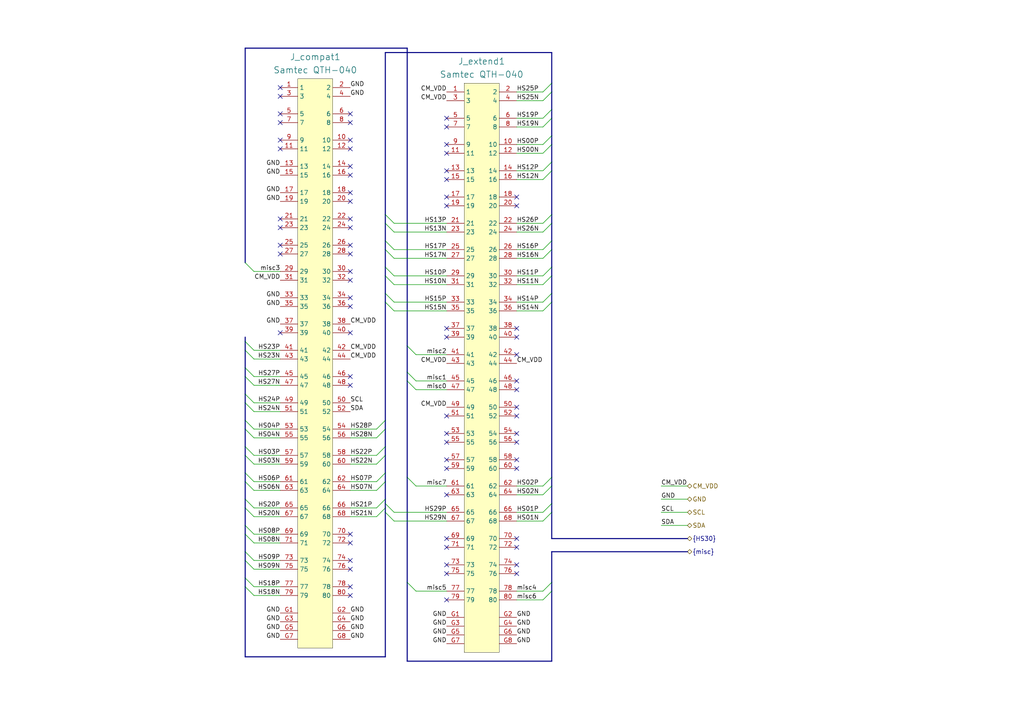
<source format=kicad_sch>
(kicad_sch (version 20250114) (generator "eeschema") (generator_version "9.0")
  (paper "A4")
  (title_block (title "fCM tester V2") (rev "v0.6") (company "Baylor University") (comment 1 "J. Wilson") (comment 2 "Kria controller (QTH/QSH) connectors"))
  (lib_symbols
    (symbol "ECON:QTH-040"
      (property "Reference" "QTH" (at -1.27 1.27 0))
      (property "Value" "Samtec QTH-040" (at -1.27 -3.81 0))
      (symbol "QTH-040_1_0"
        (rectangle (start 15.24 2.54) (end 5.08 -162.56) (stroke (width 0.0254) (color 0 0 0 1)) (fill (type background)))
        (pin passive line (at 0 0 0) (length 5.08) (name "1") (number "1"))
        (pin passive line (at 0 -2.54 0) (length 5.08) (name "3") (number "3"))
        (pin passive line (at 0 -7.62 0) (length 5.08) (name "5") (number "5"))
        (pin passive line (at 0 -10.16 0) (length 5.08) (name "7") (number "7"))
        (pin passive line (at 0 -15.24 0) (length 5.08) (name "9") (number "9"))
        (pin passive line (at 0 -17.78 0) (length 5.08) (name "11") (number "11"))
        (pin passive line (at 0 -22.86 0) (length 5.08) (name "13") (number "13"))
        (pin passive line (at 0 -25.4 0) (length 5.08) (name "15") (number "15"))
        (pin passive line (at 0 -30.48 0) (length 5.08) (name "17") (number "17"))
        (pin passive line (at 0 -33.02 0) (length 5.08) (name "19") (number "19"))
        (pin passive line (at 0 -38.1 0) (length 5.08) (name "21") (number "21"))
        (pin passive line (at 0 -40.64 0) (length 5.08) (name "23") (number "23"))
        (pin passive line (at 0 -45.72 0) (length 5.08) (name "25") (number "25"))
        (pin passive line (at 0 -48.26 0) (length 5.08) (name "27") (number "27"))
        (pin passive line (at 0 -53.34 0) (length 5.08) (name "29") (number "29"))
        (pin passive line (at 0 -55.88 0) (length 5.08) (name "31") (number "31"))
        (pin passive line (at 0 -60.96 0) (length 5.08) (name "33") (number "33"))
        (pin passive line (at 0 -63.5 0) (length 5.08) (name "35") (number "35"))
        (pin passive line (at 0 -68.58 0) (length 5.08) (name "37") (number "37"))
        (pin passive line (at 0 -71.12 0) (length 5.08) (name "39") (number "39"))
        (pin passive line (at 0 -76.2 0) (length 5.08) (name "41") (number "41"))
        (pin passive line (at 0 -78.74 0) (length 5.08) (name "43") (number "43"))
        (pin passive line (at 0 -83.82 0) (length 5.08) (name "45") (number "45"))
        (pin passive line (at 0 -86.36 0) (length 5.08) (name "47") (number "47"))
        (pin passive line (at 0 -91.44 0) (length 5.08) (name "49") (number "49"))
        (pin passive line (at 0 -93.98 0) (length 5.08) (name "51") (number "51"))
        (pin passive line (at 0 -99.06 0) (length 5.08) (name "53") (number "53"))
        (pin passive line (at 0 -101.6 0) (length 5.08) (name "55") (number "55"))
        (pin passive line (at 0 -106.68 0) (length 5.08) (name "57") (number "57"))
        (pin passive line (at 0 -109.22 0) (length 5.08) (name "59") (number "59"))
        (pin passive line (at 0 -114.3 0) (length 5.08) (name "61") (number "61"))
        (pin passive line (at 0 -116.84 0) (length 5.08) (name "63") (number "63"))
        (pin passive line (at 0 -121.92 0) (length 5.08) (name "65") (number "65"))
        (pin passive line (at 0 -124.46 0) (length 5.08) (name "67") (number "67"))
        (pin passive line (at 0 -129.54 0) (length 5.08) (name "69") (number "69"))
        (pin passive line (at 0 -132.08 0) (length 5.08) (name "71") (number "71"))
        (pin passive line (at 0 -137.16 0) (length 5.08) (name "73") (number "73"))
        (pin passive line (at 0 -139.7 0) (length 5.08) (name "75") (number "75"))
        (pin passive line (at 0 -144.78 0) (length 5.08) (name "77") (number "77"))
        (pin passive line (at 0 -147.32 0) (length 5.08) (name "79") (number "79"))
        (pin passive line (at 0 -152.4 0) (length 5.08) (name "GND") (number "G1"))
        (pin passive line (at 0 -154.94 0) (length 5.08) (name "GND") (number "G3"))
        (pin passive line (at 0 -157.48 0) (length 5.08) (name "GND") (number "G5"))
        (pin passive line (at 0 -160.02 0) (length 5.08) (name "GND") (number "G7"))
        (pin passive line (at 20.32 0 180) (length 5.08) (name "2") (number "2"))
        (pin passive line (at 20.32 -2.54 180) (length 5.08) (name "4") (number "4"))
        (pin passive line (at 20.32 -7.62 180) (length 5.08) (name "6") (number "6"))
        (pin passive line (at 20.32 -10.16 180) (length 5.08) (name "8") (number "8"))
        (pin passive line (at 20.32 -15.24 180) (length 5.08) (name "10") (number "10"))
        (pin passive line (at 20.32 -17.78 180) (length 5.08) (name "12") (number "12"))
        (pin passive line (at 20.32 -22.86 180) (length 5.08) (name "14") (number "14"))
        (pin passive line (at 20.32 -25.4 180) (length 5.08) (name "16") (number "16"))
        (pin passive line (at 20.32 -30.48 180) (length 5.08) (name "18") (number "18"))
        (pin passive line (at 20.32 -33.02 180) (length 5.08) (name "20") (number "20"))
        (pin passive line (at 20.32 -38.1 180) (length 5.08) (name "22") (number "22"))
        (pin passive line (at 20.32 -40.64 180) (length 5.08) (name "24") (number "24"))
        (pin passive line (at 20.32 -45.72 180) (length 5.08) (name "26") (number "26"))
        (pin passive line (at 20.32 -48.26 180) (length 5.08) (name "28") (number "28"))
        (pin passive line (at 20.32 -53.34 180) (length 5.08) (name "30") (number "30"))
        (pin passive line (at 20.32 -55.88 180) (length 5.08) (name "32") (number "32"))
        (pin passive line (at 20.32 -60.96 180) (length 5.08) (name "34") (number "34"))
        (pin passive line (at 20.32 -63.5 180) (length 5.08) (name "36") (number "36"))
        (pin passive line (at 20.32 -68.58 180) (length 5.08) (name "38") (number "38"))
        (pin passive line (at 20.32 -71.12 180) (length 5.08) (name "40") (number "40"))
        (pin passive line (at 20.32 -76.2 180) (length 5.08) (name "42") (number "42"))
        (pin passive line (at 20.32 -78.74 180) (length 5.08) (name "44") (number "44"))
        (pin passive line (at 20.32 -83.82 180) (length 5.08) (name "46") (number "46"))
        (pin passive line (at 20.32 -86.36 180) (length 5.08) (name "48") (number "48"))
        (pin passive line (at 20.32 -91.44 180) (length 5.08) (name "50") (number "50"))
        (pin passive line (at 20.32 -93.98 180) (length 5.08) (name "52") (number "52"))
        (pin passive line (at 20.32 -99.06 180) (length 5.08) (name "54") (number "54"))
        (pin passive line (at 20.32 -101.6 180) (length 5.08) (name "56") (number "56"))
        (pin passive line (at 20.32 -106.68 180) (length 5.08) (name "58") (number "58"))
        (pin passive line (at 20.32 -109.22 180) (length 5.08) (name "60") (number "60"))
        (pin passive line (at 20.32 -114.3 180) (length 5.08) (name "62") (number "62"))
        (pin passive line (at 20.32 -116.84 180) (length 5.08) (name "64") (number "64"))
        (pin passive line (at 20.32 -121.92 180) (length 5.08) (name "66") (number "66"))
        (pin passive line (at 20.32 -124.46 180) (length 5.08) (name "68") (number "68"))
        (pin passive line (at 20.32 -129.54 180) (length 5.08) (name "70") (number "70"))
        (pin passive line (at 20.32 -132.08 180) (length 5.08) (name "72") (number "72"))
        (pin passive line (at 20.32 -137.16 180) (length 5.08) (name "74") (number "74"))
        (pin passive line (at 20.32 -139.7 180) (length 5.08) (name "76") (number "76"))
        (pin passive line (at 20.32 -144.78 180) (length 5.08) (name "78") (number "78"))
        (pin passive line (at 20.32 -147.32 180) (length 5.08) (name "80") (number "80"))
        (pin passive line (at 20.32 -152.4 180) (length 5.08) (name "GND") (number "G2"))
        (pin passive line (at 20.32 -154.94 180) (length 5.08) (name "GND") (number "G4"))
        (pin passive line (at 20.32 -157.48 180) (length 5.08) (name "GND") (number "G6"))
        (pin passive line (at 20.32 -160.02 180) (length 5.08) (name "GND") (number "G8"))
      )
    )
  )
  (bus_alias "HS30" (members "HS00P" "HS00N" "HS01P" "HS01N" "HS02P" "HS02N" "HS03P" "HS03N" "HS04P" "HS04N" "HS06P" "HS06N" "HS07P" "HS07N" "HS08P" "HS08N" "HS09P" "HS09N" "HS10P" "HS10N" "HS11P" "HS11N" "HS12P" "HS12N" "HS13P" "HS13N" "HS14P" "HS14N" "HS15P" "HS15N" "HS16P" "HS16N" "HS17P" "HS17N" "HS18P" "HS18N" "HS19P" "HS19N" "HS20P" "HS20N" "HS21P" "HS21N" "HS22P" "HS22N" "HS23P" "HS23N" "HS24P" "HS24N" "HS25P" "HS25N" "HS26P" "HS26N" "HS27P" "HS27N" "HS28P" "HS28N" "HS29P" "HS29N"))
  (bus_alias "misc" (members "misc0" "misc1" "misc2" "misc3" "misc4" "misc5" "misc6" "misc7"))
  (no_connect (at 129.54 143.51))
  (no_connect (at 81.28 73.66))
  (no_connect (at 149.86 158.75))
  (no_connect (at 81.28 33.02))
  (no_connect (at 149.86 166.37))
  (no_connect (at 149.86 110.49))
  (no_connect (at 129.54 135.89))
  (no_connect (at 81.28 71.12))
  (no_connect (at 149.86 128.27))
  (no_connect (at 149.86 113.03))
  (no_connect (at 101.6 157.48))
  (no_connect (at 101.6 88.9))
  (no_connect (at 101.6 111.76))
  (no_connect (at 101.6 58.42))
  (no_connect (at 129.54 166.37))
  (no_connect (at 129.54 34.29))
  (no_connect (at 101.6 73.66))
  (no_connect (at 101.6 172.72))
  (no_connect (at 101.6 165.1))
  (no_connect (at 129.54 133.35))
  (no_connect (at 149.86 133.35))
  (no_connect (at 149.86 95.25))
  (no_connect (at 101.6 109.22))
  (no_connect (at 149.86 59.69))
  (no_connect (at 149.86 125.73))
  (no_connect (at 101.6 50.8))
  (no_connect (at 101.6 55.88))
  (no_connect (at 81.28 66.04))
  (no_connect (at 129.54 128.27))
  (no_connect (at 129.54 125.73))
  (no_connect (at 129.54 156.21))
  (no_connect (at 129.54 120.65))
  (no_connect (at 149.86 156.21))
  (no_connect (at 149.86 57.15))
  (no_connect (at 129.54 163.83))
  (no_connect (at 129.54 52.07))
  (no_connect (at 101.6 40.64))
  (no_connect (at 101.6 81.28))
  (no_connect (at 81.28 35.56))
  (no_connect (at 101.6 154.94))
  (no_connect (at 129.54 158.75))
  (no_connect (at 149.86 135.89))
  (no_connect (at 81.28 40.64))
  (no_connect (at 129.54 59.69))
  (no_connect (at 149.86 163.83))
  (no_connect (at 101.6 48.26))
  (no_connect (at 149.86 97.79))
  (no_connect (at 81.28 63.5))
  (no_connect (at 101.6 96.52))
  (no_connect (at 101.6 78.74))
  (no_connect (at 129.54 95.25))
  (no_connect (at 81.28 96.52))
  (no_connect (at 129.54 44.45))
  (no_connect (at 129.54 173.99))
  (no_connect (at 101.6 43.18))
  (no_connect (at 149.86 118.11))
  (no_connect (at 81.28 43.18))
  (no_connect (at 101.6 33.02))
  (no_connect (at 129.54 97.79))
  (no_connect (at 101.6 71.12))
  (no_connect (at 101.6 35.56))
  (no_connect (at 101.6 162.56))
  (no_connect (at 129.54 41.91))
  (no_connect (at 101.6 86.36))
  (no_connect (at 149.86 120.65))
  (no_connect (at 81.28 27.94))
  (no_connect (at 101.6 66.04))
  (no_connect (at 81.28 25.4))
  (no_connect (at 101.6 63.5))
  (no_connect (at 129.54 49.53))
  (no_connect (at 129.54 36.83))
  (no_connect (at 149.86 102.87))
  (no_connect (at 129.54 57.15))
  (no_connect (at 101.6 170.18))
  (bus_entry (at 111.76 124.46) (size -2.54 2.54))
  (bus_entry (at 71.12 114.3) (size 2.54 2.54))
  (bus_entry (at 111.76 85.09) (size 2.54 2.54))
  (bus_entry (at 111.76 62.23) (size 2.54 2.54))
  (bus_entry (at 71.12 162.56) (size 2.54 2.54))
  (bus_entry (at 160.02 140.97) (size -2.54 2.54))
  (bus_entry (at 118.11 168.91) (size 2.54 2.54))
  (bus_entry (at 160.02 138.43) (size -2.54 2.54))
  (bus_entry (at 160.02 31.75) (size -2.54 2.54))
  (bus_entry (at 118.11 138.43) (size 2.54 2.54))
  (bus_entry (at 160.02 80.01) (size -2.54 2.54))
  (bus_entry (at 71.12 132.08) (size 2.54 2.54))
  (bus_entry (at 118.11 110.49) (size 2.54 2.54))
  (bus_entry (at 71.12 76.2) (size 2.54 2.54))
  (bus_entry (at 111.76 137.16) (size -2.54 2.54))
  (bus_entry (at 160.02 69.85) (size -2.54 2.54))
  (bus_entry (at 111.76 121.92) (size -2.54 2.54))
  (bus_entry (at 160.02 62.23) (size -2.54 2.54))
  (bus_entry (at 118.11 100.33) (size 2.54 2.54))
  (bus_entry (at 71.12 99.06) (size 2.54 2.54))
  (bus_entry (at 111.76 144.78) (size -2.54 2.54))
  (bus_entry (at 160.02 72.39) (size -2.54 2.54))
  (bus_entry (at 160.02 49.53) (size -2.54 2.54))
  (bus_entry (at 160.02 148.59) (size -2.54 2.54))
  (bus_entry (at 71.12 139.7) (size 2.54 2.54))
  (bus_entry (at 111.76 87.63) (size 2.54 2.54))
  (bus_entry (at 111.76 146.05) (size 2.54 2.54))
  (bus_entry (at 160.02 171.45) (size -2.54 2.54))
  (bus_entry (at 71.12 144.78) (size 2.54 2.54))
  (bus_entry (at 71.12 129.54) (size 2.54 2.54))
  (bus_entry (at 71.12 109.22) (size 2.54 2.54))
  (bus_entry (at 71.12 137.16) (size 2.54 2.54))
  (bus_entry (at 111.76 72.39) (size 2.54 2.54))
  (bus_entry (at 118.11 107.95) (size 2.54 2.54))
  (bus_entry (at 160.02 39.37) (size -2.54 2.54))
  (bus_entry (at 111.76 77.47) (size 2.54 2.54))
  (bus_entry (at 160.02 41.91) (size -2.54 2.54))
  (bus_entry (at 111.76 148.59) (size 2.54 2.54))
  (bus_entry (at 160.02 87.63) (size -2.54 2.54))
  (bus_entry (at 111.76 80.01) (size 2.54 2.54))
  (bus_entry (at 71.12 170.18) (size 2.54 2.54))
  (bus_entry (at 71.12 167.64) (size 2.54 2.54))
  (bus_entry (at 111.76 147.32) (size -2.54 2.54))
  (bus_entry (at 71.12 154.94) (size 2.54 2.54))
  (bus_entry (at 71.12 106.68) (size 2.54 2.54))
  (bus_entry (at 111.76 129.54) (size -2.54 2.54))
  (bus_entry (at 160.02 168.91) (size -2.54 2.54))
  (bus_entry (at 71.12 160.02) (size 2.54 2.54))
  (bus_entry (at 160.02 85.09) (size -2.54 2.54))
  (bus_entry (at 71.12 101.6) (size 2.54 2.54))
  (bus_entry (at 111.76 69.85) (size 2.54 2.54))
  (bus_entry (at 160.02 146.05) (size -2.54 2.54))
  (bus_entry (at 71.12 124.46) (size 2.54 2.54))
  (bus_entry (at 160.02 77.47) (size -2.54 2.54))
  (bus_entry (at 160.02 24.13) (size -2.54 2.54))
  (bus_entry (at 71.12 152.4) (size 2.54 2.54))
  (bus_entry (at 160.02 64.77) (size -2.54 2.54))
  (bus_entry (at 111.76 139.7) (size -2.54 2.54))
  (bus_entry (at 111.76 64.77) (size 2.54 2.54))
  (bus_entry (at 71.12 116.84) (size 2.54 2.54))
  (bus_entry (at 160.02 26.67) (size -2.54 2.54))
  (bus_entry (at 71.12 121.92) (size 2.54 2.54))
  (bus_entry (at 111.76 132.08) (size -2.54 2.54))
  (bus_entry (at 71.12 147.32) (size 2.54 2.54))
  (bus_entry (at 160.02 46.99) (size -2.54 2.54))
  (bus_entry (at 160.02 34.29) (size -2.54 2.54))
  (wire (pts (xy 73.66 157.48) (xy 81.28 157.48)))
  (wire (pts (xy 149.86 140.97) (xy 157.48 140.97)))
  (bus (pts (xy 71.12 101.6) (xy 71.12 106.68)))
  (bus (pts (xy 160.02 72.39) (xy 160.02 77.47)))
  (bus (pts (xy 71.12 76.2) (xy 71.12 13.97)))
  (bus (pts (xy 118.11 191.77) (xy 160.02 191.77)))
  (bus (pts (xy 160.02 168.91) (xy 160.02 160.02)))
  (wire (pts (xy 114.3 80.01) (xy 129.54 80.01)))
  (wire (pts (xy 114.3 87.63) (xy 129.54 87.63)))
  (wire (pts (xy 191.77 144.78) (xy 199.39 144.78)))
  (bus (pts (xy 160.02 15.24) (xy 111.76 15.24)))
  (bus (pts (xy 71.12 170.18) (xy 71.12 190.5)))
  (bus (pts (xy 71.12 139.7) (xy 71.12 144.78)))
  (bus (pts (xy 71.12 116.84) (xy 71.12 121.92)))
  (wire (pts (xy 120.65 171.45) (xy 129.54 171.45)))
  (wire (pts (xy 73.66 149.86) (xy 81.28 149.86)))
  (bus (pts (xy 118.11 168.91) (xy 118.11 191.77)))
  (wire (pts (xy 191.77 148.59) (xy 199.39 148.59)))
  (wire (pts (xy 149.86 41.91) (xy 157.48 41.91)))
  (bus (pts (xy 118.11 138.43) (xy 118.11 168.91)))
  (bus (pts (xy 111.76 139.7) (xy 111.76 144.78)))
  (wire (pts (xy 149.86 151.13) (xy 157.48 151.13)))
  (bus (pts (xy 71.12 167.64) (xy 71.12 170.18)))
  (bus (pts (xy 160.02 156.21) (xy 160.02 148.59)))
  (wire (pts (xy 73.66 154.94) (xy 81.28 154.94)))
  (bus (pts (xy 71.12 132.08) (xy 71.12 137.16)))
  (wire (pts (xy 114.3 72.39) (xy 129.54 72.39)))
  (wire (pts (xy 114.3 151.13) (xy 129.54 151.13)))
  (wire (pts (xy 73.66 142.24) (xy 81.28 142.24)))
  (wire (pts (xy 149.86 143.51) (xy 157.48 143.51)))
  (wire (pts (xy 73.66 109.22) (xy 81.28 109.22)))
  (bus (pts (xy 71.12 154.94) (xy 71.12 160.02)))
  (bus (pts (xy 160.02 26.67) (xy 160.02 31.75)))
  (wire (pts (xy 114.3 74.93) (xy 129.54 74.93)))
  (bus (pts (xy 160.02 87.63) (xy 160.02 138.43)))
  (bus (pts (xy 160.02 191.77) (xy 160.02 171.45)))
  (bus (pts (xy 160.02 46.99) (xy 160.02 49.53)))
  (bus (pts (xy 160.02 138.43) (xy 160.02 140.97)))
  (bus (pts (xy 160.02 15.24) (xy 160.02 24.13)))
  (bus (pts (xy 160.02 80.01) (xy 160.02 85.09)))
  (bus (pts (xy 111.76 64.77) (xy 111.76 69.85)))
  (bus (pts (xy 118.11 13.97) (xy 118.11 100.33)))
  (wire (pts (xy 149.86 64.77) (xy 157.48 64.77)))
  (wire (pts (xy 101.6 147.32) (xy 109.22 147.32)))
  (wire (pts (xy 120.65 102.87) (xy 129.54 102.87)))
  (bus (pts (xy 111.76 121.92) (xy 111.76 124.46)))
  (bus (pts (xy 160.02 62.23) (xy 160.02 64.77)))
  (bus (pts (xy 71.12 162.56) (xy 71.12 167.64)))
  (wire (pts (xy 114.3 148.59) (xy 129.54 148.59)))
  (bus (pts (xy 111.76 72.39) (xy 111.76 77.47)))
  (bus (pts (xy 111.76 87.63) (xy 111.76 121.92)))
  (bus (pts (xy 71.12 124.46) (xy 71.12 129.54)))
  (wire (pts (xy 149.86 87.63) (xy 157.48 87.63)))
  (wire (pts (xy 149.86 90.17) (xy 157.48 90.17)))
  (wire (pts (xy 73.66 134.62) (xy 81.28 134.62)))
  (wire (pts (xy 149.86 29.21) (xy 157.48 29.21)))
  (bus (pts (xy 111.76 132.08) (xy 111.76 137.16)))
  (bus (pts (xy 118.11 100.33) (xy 118.11 107.95)))
  (bus (pts (xy 111.76 77.47) (xy 111.76 80.01)))
  (bus (pts (xy 111.76 85.09) (xy 111.76 87.63)))
  (bus (pts (xy 71.12 13.97) (xy 118.11 13.97)))
  (wire (pts (xy 120.65 113.03) (xy 129.54 113.03)))
  (bus (pts (xy 111.76 146.05) (xy 111.76 147.32)))
  (bus (pts (xy 118.11 110.49) (xy 118.11 138.43)))
  (wire (pts (xy 101.6 124.46) (xy 109.22 124.46)))
  (wire (pts (xy 114.3 67.31) (xy 129.54 67.31)))
  (wire (pts (xy 73.66 139.7) (xy 81.28 139.7)))
  (bus (pts (xy 71.12 99.06) (xy 71.12 101.6)))
  (wire (pts (xy 149.86 44.45) (xy 157.48 44.45)))
  (bus (pts (xy 71.12 106.68) (xy 71.12 109.22)))
  (bus (pts (xy 71.12 144.78) (xy 71.12 147.32)))
  (bus (pts (xy 71.12 114.3) (xy 71.12 116.84)))
  (bus (pts (xy 160.02 140.97) (xy 160.02 146.05)))
  (wire (pts (xy 149.86 148.59) (xy 157.48 148.59)))
  (bus (pts (xy 111.76 132.08) (xy 111.76 129.54)))
  (bus (pts (xy 111.76 129.54) (xy 111.76 124.46)))
  (wire (pts (xy 120.65 140.97) (xy 129.54 140.97)))
  (wire (pts (xy 73.66 172.72) (xy 81.28 172.72)))
  (wire (pts (xy 149.86 171.45) (xy 157.48 171.45)))
  (wire (pts (xy 149.86 26.67) (xy 157.48 26.67)))
  (bus (pts (xy 111.76 148.59) (xy 111.76 147.32)))
  (wire (pts (xy 191.77 140.97) (xy 199.39 140.97)))
  (wire (pts (xy 114.3 64.77) (xy 129.54 64.77)))
  (bus (pts (xy 160.02 31.75) (xy 160.02 34.29)))
  (bus (pts (xy 111.76 69.85) (xy 111.76 72.39)))
  (wire (pts (xy 114.3 90.17) (xy 129.54 90.17)))
  (wire (pts (xy 73.66 132.08) (xy 81.28 132.08)))
  (bus (pts (xy 160.02 41.91) (xy 160.02 46.99)))
  (wire (pts (xy 73.66 147.32) (xy 81.28 147.32)))
  (wire (pts (xy 73.66 162.56) (xy 81.28 162.56)))
  (bus (pts (xy 118.11 107.95) (xy 118.11 110.49)))
  (bus (pts (xy 160.02 49.53) (xy 160.02 62.23)))
  (wire (pts (xy 120.65 110.49) (xy 129.54 110.49)))
  (bus (pts (xy 71.12 147.32) (xy 71.12 152.4)))
  (bus (pts (xy 160.02 34.29) (xy 160.02 39.37)))
  (bus (pts (xy 111.76 137.16) (xy 111.76 139.7)))
  (bus (pts (xy 111.76 144.78) (xy 111.76 146.05)))
  (bus (pts (xy 71.12 121.92) (xy 71.12 124.46)))
  (bus (pts (xy 160.02 156.21) (xy 199.39 156.21)))
  (wire (pts (xy 73.66 104.14) (xy 81.28 104.14)))
  (wire (pts (xy 149.86 34.29) (xy 157.48 34.29)))
  (wire (pts (xy 73.66 111.76) (xy 81.28 111.76)))
  (bus (pts (xy 71.12 129.54) (xy 71.12 132.08)))
  (bus (pts (xy 160.02 39.37) (xy 160.02 41.91)))
  (wire (pts (xy 101.6 139.7) (xy 109.22 139.7)))
  (wire (pts (xy 101.6 134.62) (xy 109.22 134.62)))
  (wire (pts (xy 101.6 127) (xy 109.22 127)))
  (wire (pts (xy 149.86 82.55) (xy 157.48 82.55)))
  (bus (pts (xy 160.02 160.02) (xy 199.39 160.02)))
  (bus (pts (xy 160.02 64.77) (xy 160.02 69.85)))
  (wire (pts (xy 149.86 80.01) (xy 157.48 80.01)))
  (wire (pts (xy 149.86 49.53) (xy 157.48 49.53)))
  (wire (pts (xy 73.66 124.46) (xy 81.28 124.46)))
  (bus (pts (xy 71.12 97.79) (xy 71.12 99.06)))
  (wire (pts (xy 101.6 149.86) (xy 109.22 149.86)))
  (bus (pts (xy 71.12 137.16) (xy 71.12 139.7)))
  (wire (pts (xy 73.66 170.18) (xy 81.28 170.18)))
  (bus (pts (xy 71.12 190.5) (xy 111.76 190.5)))
  (bus (pts (xy 71.12 109.22) (xy 71.12 114.3)))
  (wire (pts (xy 149.86 52.07) (xy 157.48 52.07)))
  (wire (pts (xy 149.86 36.83) (xy 157.48 36.83)))
  (bus (pts (xy 111.76 80.01) (xy 111.76 85.09)))
  (wire (pts (xy 191.77 152.4) (xy 199.39 152.4)))
  (wire (pts (xy 101.6 142.24) (xy 109.22 142.24)))
  (bus (pts (xy 160.02 69.85) (xy 160.02 72.39)))
  (bus (pts (xy 160.02 24.13) (xy 160.02 26.67)))
  (bus (pts (xy 71.12 152.4) (xy 71.12 154.94)))
  (wire (pts (xy 149.86 74.93) (xy 157.48 74.93)))
  (bus (pts (xy 160.02 85.09) (xy 160.02 87.63)))
  (wire (pts (xy 73.66 101.6) (xy 81.28 101.6)))
  (bus (pts (xy 71.12 160.02) (xy 71.12 162.56)))
  (bus (pts (xy 111.76 15.24) (xy 111.76 62.23)))
  (wire (pts (xy 149.86 67.31) (xy 157.48 67.31)))
  (wire (pts (xy 73.66 127) (xy 81.28 127)))
  (bus (pts (xy 160.02 77.47) (xy 160.02 80.01)))
  (wire (pts (xy 101.6 132.08) (xy 109.22 132.08)))
  (bus (pts (xy 111.76 62.23) (xy 111.76 64.77)))
  (wire (pts (xy 149.86 173.99) (xy 157.48 173.99)))
  (wire (pts (xy 73.66 116.84) (xy 81.28 116.84)))
  (wire (pts (xy 73.66 78.74) (xy 81.28 78.74)))
  (bus (pts (xy 160.02 171.45) (xy 160.02 168.91)))
  (wire (pts (xy 73.66 119.38) (xy 81.28 119.38)))
  (bus (pts (xy 160.02 146.05) (xy 160.02 148.59)))
  (wire (pts (xy 114.3 82.55) (xy 129.54 82.55)))
  (bus (pts (xy 111.76 148.59) (xy 111.76 190.5)))
  (wire (pts (xy 73.66 165.1) (xy 81.28 165.1)))
  (wire (pts (xy 157.48 72.39) (xy 149.86 72.39)))
  (label "HS19P" (at 149.86 34.29 0))
  (label "HS26P" (at 149.86 64.77 0))
  (label "misc3" (at 81.28 78.74 180))
  (label "GND" (at 81.28 93.98 180))
  (label "HS29N" (at 129.54 151.13 180))
  (label "GND" (at 101.6 180.34 0))
  (label "HS25N" (at 149.86 29.21 0))
  (label "GND" (at 101.6 27.94 0))
  (label "HS04P" (at 81.28 124.46 180))
  (label "HS11N" (at 149.86 82.55 0))
  (label "HS00N" (at 149.86 44.45 0))
  (label "HS28N" (at 101.6 127 0))
  (label "HS13N" (at 129.54 67.31 180))
  (label "HS06N" (at 81.28 142.24 180))
  (label "GND" (at 149.86 179.07 0))
  (label "GND" (at 149.86 181.61 0))
  (label "GND" (at 101.6 185.42 0))
  (label "GND" (at 81.28 50.8 180))
  (label "HS22N" (at 101.6 134.62 0))
  (label "HS20P" (at 81.28 147.32 180))
  (label "misc5" (at 129.54 171.45 180))
  (label "GND" (at 129.54 179.07 180))
  (label "SDA" (at 191.77 152.4 0))
  (label "HS00P" (at 149.86 41.91 0))
  (label "GND" (at 101.6 177.8 0))
  (label "HS15P" (at 129.54 87.63 180))
  (label "CM_VDD" (at 129.54 118.11 180))
  (label "HS12N" (at 149.86 52.07 0))
  (label "HS27P" (at 81.28 109.22 180))
  (label "HS09N" (at 81.28 165.1 180))
  (label "HS17N" (at 129.54 74.93 180))
  (label "SCL" (at 191.77 148.59 0))
  (label "HS03P" (at 81.28 132.08 180))
  (label "HS19N" (at 149.86 36.83 0))
  (label "GND" (at 81.28 55.88 180))
  (label "GND" (at 149.86 184.15 0))
  (label "HS14N" (at 149.86 90.17 0))
  (label "HS01P" (at 149.86 148.59 0))
  (label "CM_VDD" (at 129.54 105.41 180))
  (label "GND" (at 129.54 184.15 180))
  (label "CM_VDD" (at 149.86 105.41 0))
  (label "HS23N" (at 81.28 104.14 180))
  (label "HS16N" (at 149.86 74.93 0))
  (label "HS27N" (at 81.28 111.76 180))
  (label "HS21N" (at 101.6 149.86 0))
  (label "HS17P" (at 129.54 72.39 180))
  (label "HS03N" (at 81.28 134.62 180))
  (label "HS01N" (at 149.86 151.13 0))
  (label "HS08P" (at 81.28 154.94 180))
  (label "GND" (at 191.77 144.78 0))
  (label "HS04N" (at 81.28 127 180))
  (label "GND" (at 81.28 177.8 180))
  (label "CM_VDD" (at 129.54 29.21 180))
  (label "CM_VDD" (at 101.6 93.98 0))
  (label "misc6" (at 149.86 173.99 0))
  (label "HS25P" (at 149.86 26.67 0))
  (label "GND" (at 149.86 186.69 0))
  (label "HS24P" (at 81.28 116.84 180))
  (label "CM_VDD" (at 101.6 104.14 0))
  (label "SDA" (at 101.6 119.38 0))
  (label "misc4" (at 149.86 171.45 0))
  (label "GND" (at 101.6 25.4 0))
  (label "HS26N" (at 149.86 67.31 0))
  (label "HS08N" (at 81.28 157.48 180))
  (label "SCL" (at 101.6 116.84 0))
  (label "misc7" (at 129.54 140.97 180))
  (label "HS22P" (at 101.6 132.08 0))
  (label "CM_VDD" (at 81.28 81.28 180))
  (label "HS10P" (at 129.54 80.01 180))
  (label "misc1" (at 129.54 110.49 180))
  (label "GND" (at 81.28 58.42 180))
  (label "HS10N" (at 129.54 82.55 180))
  (label "HS07P" (at 101.6 139.7 0))
  (label "HS21P" (at 101.6 147.32 0))
  (label "CM_VDD" (at 101.6 101.6 0))
  (label "HS23P" (at 81.28 101.6 180))
  (label "HS07N" (at 101.6 142.24 0))
  (label "HS18P" (at 81.28 170.18 180))
  (label "HS16P" (at 149.86 72.39 0))
  (label "GND" (at 81.28 86.36 180))
  (label "HS06P" (at 81.28 139.7 180))
  (label "GND" (at 81.28 88.9 180))
  (label "GND" (at 81.28 48.26 180))
  (label "HS02P" (at 149.86 140.97 0))
  (label "misc0" (at 129.54 113.03 180))
  (label "HS18N" (at 81.28 172.72 180))
  (label "GND" (at 81.28 182.88 180))
  (label "HS13P" (at 129.54 64.77 180))
  (label "HS28P" (at 101.6 124.46 0))
  (label "GND" (at 101.6 182.88 0))
  (label "CM_VDD" (at 191.77 140.97 0))
  (label "HS29P" (at 129.54 148.59 180))
  (label "HS20N" (at 81.28 149.86 180))
  (label "GND" (at 129.54 186.69 180))
  (label "HS12P" (at 149.86 49.53 0))
  (label "GND" (at 81.28 185.42 180))
  (label "misc2" (at 129.54 102.87 180))
  (label "GND" (at 81.28 180.34 180))
  (label "HS09P" (at 81.28 162.56 180))
  (label "HS14P" (at 149.86 87.63 0))
  (label "GND" (at 129.54 181.61 180))
  (label "HS11P" (at 149.86 80.01 0))
  (label "HS02N" (at 149.86 143.51 0))
  (label "HS15N" (at 129.54 90.17 180))
  (label "HS24N" (at 81.28 119.38 180))
  (label "CM_VDD" (at 129.54 26.67 180))
  (hierarchical_label "{misc}" (shape bidirectional) (at 199.39 160.02 0))
  (hierarchical_label "CM_VDD" (shape bidirectional) (at 199.39 140.97 0))
  (hierarchical_label "SCL" (shape bidirectional) (at 199.39 148.59 0))
  (hierarchical_label "{HS30}" (shape bidirectional) (at 199.39 156.21 0))
  (hierarchical_label "SDA" (shape bidirectional) (at 199.39 152.4 0))
  (hierarchical_label "GND" (shape bidirectional) (at 199.39 144.78 0))
  (symbol (lib_id "ECON:QTH-040") (at 81.28 25.4 0) (unit 1)
    (property "Reference" "J_compat1" (at 91.44 16.51 0) (effects (font (size 1.8288 1.8288))))
    (property "Value" "Samtec QTH-040" (at 91.44 20.32 0) (effects (font (size 1.8288 1.8288))))
    (property "Footprint" "Library:SAMTEC_QTH-040-01-L-D-DP-A" (effects (hide yes)))
    (property "Description" "CONN DIFF ARRAY PLG 80P SMD GOLD" (effects (hide yes)))
    (property "Manufacturer" "Samtec Inc." (effects (hide yes)))
    (property "Part Number" "QTH-040-01-L-D-DP-A" (effects (hide yes)))
    (property "MPN" "QTH-040-01-L-D-DP-A" (effects (hide yes)))
  )
  (symbol (lib_id "ECON:QTH-040") (at 129.54 26.67 0) (unit 1)
    (property "Reference" "J_extend1" (at 139.7 17.78 0) (effects (font (size 1.8288 1.8288))))
    (property "Value" "Samtec QTH-040" (at 139.7 21.59 0) (effects (font (size 1.8288 1.8288))))
    (property "Footprint" "Library:SAMTEC_QTH-040-01-L-D-DP-A" (effects (hide yes)))
    (property "Description" "CONN DIFF ARRAY PLG 80P SMD GOLD" (effects (hide yes)))
    (property "Manufacturer" "Samtec Inc." (effects (hide yes)))
    (property "Part Number" "QTH-040-01-L-D-DP-A" (effects (hide yes)))
    (property "MPN" "QTH-040-01-L-D-DP-A" (effects (hide yes)))
  )
)
</source>
